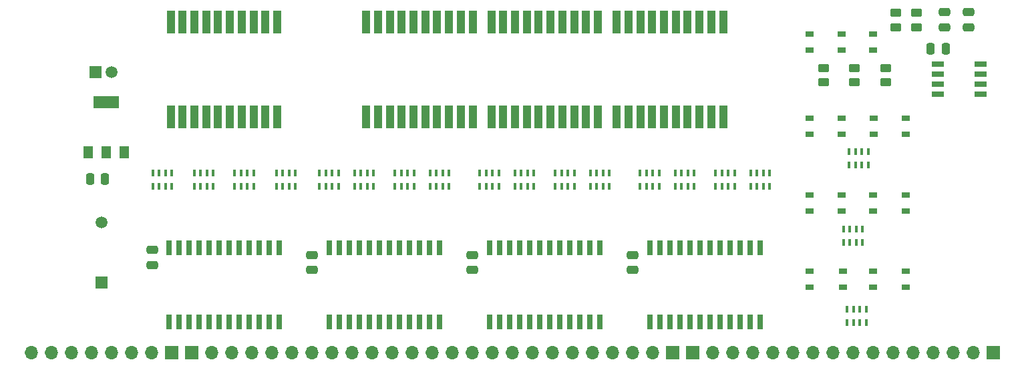
<source format=gts>
%TF.GenerationSoftware,KiCad,Pcbnew,8.0.4*%
%TF.CreationDate,2024-08-08T15:11:11+02:00*%
%TF.ProjectId,W65C816 Debug Display,57363543-3831-4362-9044-656275672044,V1*%
%TF.SameCoordinates,PX2b4c984PY5781bbc*%
%TF.FileFunction,Soldermask,Top*%
%TF.FilePolarity,Negative*%
%FSLAX46Y46*%
G04 Gerber Fmt 4.6, Leading zero omitted, Abs format (unit mm)*
G04 Created by KiCad (PCBNEW 8.0.4) date 2024-08-08 15:11:11*
%MOMM*%
%LPD*%
G01*
G04 APERTURE LIST*
G04 Aperture macros list*
%AMRoundRect*
0 Rectangle with rounded corners*
0 $1 Rounding radius*
0 $2 $3 $4 $5 $6 $7 $8 $9 X,Y pos of 4 corners*
0 Add a 4 corners polygon primitive as box body*
4,1,4,$2,$3,$4,$5,$6,$7,$8,$9,$2,$3,0*
0 Add four circle primitives for the rounded corners*
1,1,$1+$1,$2,$3*
1,1,$1+$1,$4,$5*
1,1,$1+$1,$6,$7*
1,1,$1+$1,$8,$9*
0 Add four rect primitives between the rounded corners*
20,1,$1+$1,$2,$3,$4,$5,0*
20,1,$1+$1,$4,$5,$6,$7,0*
20,1,$1+$1,$6,$7,$8,$9,0*
20,1,$1+$1,$8,$9,$2,$3,0*%
G04 Aperture macros list end*
%ADD10R,0.450000X0.900000*%
%ADD11R,1.000000X0.800000*%
%ADD12R,1.000000X3.000000*%
%ADD13RoundRect,0.250000X-0.475000X0.250000X-0.475000X-0.250000X0.475000X-0.250000X0.475000X0.250000X0*%
%ADD14RoundRect,0.250000X0.450000X-0.262500X0.450000X0.262500X-0.450000X0.262500X-0.450000X-0.262500X0*%
%ADD15R,1.550000X0.650000*%
%ADD16R,1.509000X1.509000*%
%ADD17C,1.509000*%
%ADD18RoundRect,0.250000X0.475000X-0.250000X0.475000X0.250000X-0.475000X0.250000X-0.475000X-0.250000X0*%
%ADD19R,0.650000X1.925000*%
%ADD20R,1.200000X1.500000*%
%ADD21R,3.300000X1.500000*%
%ADD22RoundRect,0.250000X-0.450000X0.262500X-0.450000X-0.262500X0.450000X-0.262500X0.450000X0.262500X0*%
%ADD23RoundRect,0.250000X0.250000X0.475000X-0.250000X0.475000X-0.250000X-0.475000X0.250000X-0.475000X0*%
%ADD24RoundRect,0.250000X-0.250000X-0.475000X0.250000X-0.475000X0.250000X0.475000X-0.250000X0.475000X0*%
%ADD25R,1.500000X1.500000*%
%ADD26C,1.500000*%
%ADD27R,1.700000X1.700000*%
%ADD28O,1.700000X1.700000*%
G04 APERTURE END LIST*
D10*
%TO.C,RN4*%
X15417800Y21057500D03*
X16217800Y21057500D03*
X17017800Y21057500D03*
X17817800Y21057500D03*
X17817800Y22757500D03*
X17017800Y22757500D03*
X16217800Y22757500D03*
X15417800Y22757500D03*
%TD*%
D11*
%TO.C,LED5*%
X102743000Y19923800D03*
X102743000Y17923800D03*
%TD*%
D10*
%TO.C,RN11*%
X68846700Y22757500D03*
X68046700Y22757500D03*
X67246700Y22757500D03*
X66446700Y22757500D03*
X66446700Y21057500D03*
X67246700Y21057500D03*
X68046700Y21057500D03*
X68846700Y21057500D03*
%TD*%
D11*
%TO.C,LED10*%
X106807000Y29702800D03*
X106807000Y27702800D03*
%TD*%
D12*
%TO.C,DS3*%
X58337500Y29877500D03*
X59837500Y29877500D03*
X61337500Y29877500D03*
X62837500Y29877500D03*
X64337500Y29877500D03*
X65837500Y29877500D03*
X67337500Y29877500D03*
X68837500Y29877500D03*
X70337500Y29877500D03*
X71837500Y29877500D03*
X71837500Y41877500D03*
X70337500Y41877500D03*
X68837500Y41877500D03*
X67337500Y41877500D03*
X65837500Y41877500D03*
X64337500Y41877500D03*
X62837500Y41877500D03*
X61337500Y41877500D03*
X59837500Y41877500D03*
X58337500Y41877500D03*
%TD*%
D10*
%TO.C,RN8*%
X56883300Y21057500D03*
X57683300Y21057500D03*
X58483300Y21057500D03*
X59283300Y21057500D03*
X59283300Y22757500D03*
X58483300Y22757500D03*
X57683300Y22757500D03*
X56883300Y22757500D03*
%TD*%
D11*
%TO.C,LED11*%
X110871000Y29702800D03*
X110871000Y27702800D03*
%TD*%
D13*
%TO.C,C31*%
X76200000Y12364000D03*
X76200000Y10464000D03*
%TD*%
D14*
%TO.C,R5*%
X112188121Y41251500D03*
X112188121Y43076500D03*
%TD*%
D15*
%TO.C,IC10*%
X114934121Y36576000D03*
X114934121Y35306000D03*
X114934121Y34036000D03*
X114934121Y32766000D03*
X120384121Y32766000D03*
X120384121Y34036000D03*
X120384121Y35306000D03*
X120384121Y36576000D03*
%TD*%
D12*
%TO.C,DS2*%
X17697500Y29877500D03*
X19197500Y29877500D03*
X20697500Y29877500D03*
X22197500Y29877500D03*
X23697500Y29877500D03*
X25197500Y29877500D03*
X26697500Y29877500D03*
X28197500Y29877500D03*
X29697500Y29877500D03*
X31197500Y29877500D03*
X31197500Y41877500D03*
X29697500Y41877500D03*
X28197500Y41877500D03*
X26697500Y41877500D03*
X25197500Y41877500D03*
X23697500Y41877500D03*
X22197500Y41877500D03*
X20697500Y41877500D03*
X19197500Y41877500D03*
X17697500Y41877500D03*
%TD*%
D16*
%TO.C,S1*%
X8890000Y8890000D03*
D17*
X8890000Y16510000D03*
%TD*%
D13*
%TO.C,C37*%
X55880000Y12364000D03*
X55880000Y10464000D03*
%TD*%
D11*
%TO.C,LED9*%
X102743000Y29702800D03*
X102743000Y27702800D03*
%TD*%
D18*
%TO.C,C7*%
X118802121Y41230000D03*
X118802121Y43130000D03*
%TD*%
D11*
%TO.C,LED13*%
X102870000Y10271800D03*
X102870000Y8271800D03*
%TD*%
D10*
%TO.C,RN10*%
X73291700Y22757500D03*
X72491700Y22757500D03*
X71691700Y22757500D03*
X70891700Y22757500D03*
X70891700Y21057500D03*
X71691700Y21057500D03*
X72491700Y21057500D03*
X73291700Y21057500D03*
%TD*%
%TO.C,RN22*%
X103448000Y3820000D03*
X104248000Y3820000D03*
X105048000Y3820000D03*
X105848000Y3820000D03*
X105848000Y5520000D03*
X105048000Y5520000D03*
X104248000Y5520000D03*
X103448000Y5520000D03*
%TD*%
D11*
%TO.C,LED3*%
X102743000Y40370800D03*
X102743000Y38370800D03*
%TD*%
%TO.C,LED2*%
X98679000Y40370800D03*
X98679000Y38370800D03*
%TD*%
D18*
%TO.C,C8*%
X115754121Y41230000D03*
X115754121Y43130000D03*
%TD*%
D14*
%TO.C,R7*%
X100447000Y34251300D03*
X100447000Y36076300D03*
%TD*%
D11*
%TO.C,LED4*%
X98679000Y19923800D03*
X98679000Y17923800D03*
%TD*%
D12*
%TO.C,DS5*%
X42462500Y29877500D03*
X43962500Y29877500D03*
X45462500Y29877500D03*
X46962500Y29877500D03*
X48462500Y29877500D03*
X49962500Y29877500D03*
X51462500Y29877500D03*
X52962500Y29877500D03*
X54462500Y29877500D03*
X55962500Y29877500D03*
X55962500Y41877500D03*
X54462500Y41877500D03*
X52962500Y41877500D03*
X51462500Y41877500D03*
X49962500Y41877500D03*
X48462500Y41877500D03*
X46962500Y41877500D03*
X45462500Y41877500D03*
X43962500Y41877500D03*
X42462500Y41877500D03*
%TD*%
D10*
%TO.C,RN20*%
X102990800Y13964800D03*
X103790800Y13964800D03*
X104590800Y13964800D03*
X105390800Y13964800D03*
X105390800Y15664800D03*
X104590800Y15664800D03*
X103790800Y15664800D03*
X102990800Y15664800D03*
%TD*%
D19*
%TO.C,IC21*%
X37782500Y3860500D03*
X39052500Y3860500D03*
X40322500Y3860500D03*
X41592500Y3860500D03*
X42862500Y3860500D03*
X44132500Y3860500D03*
X45402500Y3860500D03*
X46672500Y3860500D03*
X47942500Y3860500D03*
X49212500Y3860500D03*
X50482500Y3860500D03*
X51752500Y3860500D03*
X51752500Y13284500D03*
X50482500Y13284500D03*
X49212500Y13284500D03*
X47942500Y13284500D03*
X46672500Y13284500D03*
X45402500Y13284500D03*
X44132500Y13284500D03*
X42862500Y13284500D03*
X41592500Y13284500D03*
X40322500Y13284500D03*
X39052500Y13284500D03*
X37782500Y13284500D03*
%TD*%
D20*
%TO.C,IC1*%
X7225000Y25375000D03*
X9525000Y25375000D03*
X11825000Y25375000D03*
D21*
X9525000Y31775000D03*
%TD*%
D13*
%TO.C,C33*%
X35560000Y12364000D03*
X35560000Y10464000D03*
%TD*%
D11*
%TO.C,LED6*%
X106680000Y19923800D03*
X106680000Y17923800D03*
%TD*%
D19*
%TO.C,IC19*%
X58102500Y3860500D03*
X59372500Y3860500D03*
X60642500Y3860500D03*
X61912500Y3860500D03*
X63182500Y3860500D03*
X64452500Y3860500D03*
X65722500Y3860500D03*
X66992500Y3860500D03*
X68262500Y3860500D03*
X69532500Y3860500D03*
X70802500Y3860500D03*
X72072500Y3860500D03*
X72072500Y13284500D03*
X70802500Y13284500D03*
X69532500Y13284500D03*
X68262500Y13284500D03*
X66992500Y13284500D03*
X65722500Y13284500D03*
X64452500Y13284500D03*
X63182500Y13284500D03*
X61912500Y13284500D03*
X60642500Y13284500D03*
X59372500Y13284500D03*
X58102500Y13284500D03*
%TD*%
D11*
%TO.C,LED12*%
X98679000Y10271800D03*
X98679000Y8271800D03*
%TD*%
D10*
%TO.C,RN9*%
X61328300Y21057500D03*
X62128300Y21057500D03*
X62928300Y21057500D03*
X63728300Y21057500D03*
X63728300Y22757500D03*
X62928300Y22757500D03*
X62128300Y22757500D03*
X61328300Y22757500D03*
%TD*%
%TO.C,RN18*%
X52971700Y22757500D03*
X52171700Y22757500D03*
X51371700Y22757500D03*
X50571700Y22757500D03*
X50571700Y21057500D03*
X51371700Y21057500D03*
X52171700Y21057500D03*
X52971700Y21057500D03*
%TD*%
D14*
%TO.C,R8*%
X104384000Y34251300D03*
X104384000Y36076300D03*
%TD*%
D10*
%TO.C,RN16*%
X36563300Y21057500D03*
X37363300Y21057500D03*
X38163300Y21057500D03*
X38963300Y21057500D03*
X38963300Y22757500D03*
X38163300Y22757500D03*
X37363300Y22757500D03*
X36563300Y22757500D03*
%TD*%
D14*
%TO.C,R1*%
X108321000Y34251300D03*
X108321000Y36076300D03*
%TD*%
D10*
%TO.C,RN21*%
X103702000Y23743800D03*
X104502000Y23743800D03*
X105302000Y23743800D03*
X106102000Y23743800D03*
X106102000Y25443800D03*
X105302000Y25443800D03*
X104502000Y25443800D03*
X103702000Y25443800D03*
%TD*%
D11*
%TO.C,LED1*%
X106680000Y40370800D03*
X106680000Y38370800D03*
%TD*%
D10*
%TO.C,RN15*%
X89166700Y22757500D03*
X88366700Y22757500D03*
X87566700Y22757500D03*
X86766700Y22757500D03*
X86766700Y21057500D03*
X87566700Y21057500D03*
X88366700Y21057500D03*
X89166700Y21057500D03*
%TD*%
%TO.C,RN13*%
X81648300Y21057500D03*
X82448300Y21057500D03*
X83248300Y21057500D03*
X84048300Y21057500D03*
X84048300Y22757500D03*
X83248300Y22757500D03*
X82448300Y22757500D03*
X81648300Y22757500D03*
%TD*%
%TO.C,RN17*%
X41008300Y21057500D03*
X41808300Y21057500D03*
X42608300Y21057500D03*
X43408300Y21057500D03*
X43408300Y22757500D03*
X42608300Y22757500D03*
X41808300Y22757500D03*
X41008300Y22757500D03*
%TD*%
D22*
%TO.C,R4*%
X109611000Y43076500D03*
X109611000Y41251500D03*
%TD*%
D10*
%TO.C,RN19*%
X48526700Y22757500D03*
X47726700Y22757500D03*
X46926700Y22757500D03*
X46126700Y22757500D03*
X46126700Y21057500D03*
X46926700Y21057500D03*
X47726700Y21057500D03*
X48526700Y21057500D03*
%TD*%
D11*
%TO.C,LED15*%
X110871000Y10271800D03*
X110871000Y8271800D03*
%TD*%
%TO.C,LED7*%
X110871000Y19923800D03*
X110871000Y17923800D03*
%TD*%
%TO.C,LED8*%
X98679000Y29702800D03*
X98679000Y27702800D03*
%TD*%
D10*
%TO.C,RN12*%
X77203300Y21057500D03*
X78003300Y21057500D03*
X78803300Y21057500D03*
X79603300Y21057500D03*
X79603300Y22757500D03*
X78803300Y22757500D03*
X78003300Y22757500D03*
X77203300Y22757500D03*
%TD*%
%TO.C,RN5*%
X20693300Y21057500D03*
X21493300Y21057500D03*
X22293300Y21057500D03*
X23093300Y21057500D03*
X23093300Y22757500D03*
X22293300Y22757500D03*
X21493300Y22757500D03*
X20693300Y22757500D03*
%TD*%
%TO.C,RN14*%
X93611700Y22757500D03*
X92811700Y22757500D03*
X92011700Y22757500D03*
X91211700Y22757500D03*
X91211700Y21057500D03*
X92011700Y21057500D03*
X92811700Y21057500D03*
X93611700Y21057500D03*
%TD*%
D19*
%TO.C,IC20*%
X78422500Y3860500D03*
X79692500Y3860500D03*
X80962500Y3860500D03*
X82232500Y3860500D03*
X83502500Y3860500D03*
X84772500Y3860500D03*
X86042500Y3860500D03*
X87312500Y3860500D03*
X88582500Y3860500D03*
X89852500Y3860500D03*
X91122500Y3860500D03*
X92392500Y3860500D03*
X92392500Y13284500D03*
X91122500Y13284500D03*
X89852500Y13284500D03*
X88582500Y13284500D03*
X87312500Y13284500D03*
X86042500Y13284500D03*
X84772500Y13284500D03*
X83502500Y13284500D03*
X82232500Y13284500D03*
X80962500Y13284500D03*
X79692500Y13284500D03*
X78422500Y13284500D03*
%TD*%
D23*
%TO.C,C24*%
X115926121Y38481000D03*
X114026121Y38481000D03*
%TD*%
D10*
%TO.C,RN6*%
X28206700Y22757500D03*
X27406700Y22757500D03*
X26606700Y22757500D03*
X25806700Y22757500D03*
X25806700Y21057500D03*
X26606700Y21057500D03*
X27406700Y21057500D03*
X28206700Y21057500D03*
%TD*%
D24*
%TO.C,C2*%
X7448000Y21971000D03*
X9348000Y21971000D03*
%TD*%
D19*
%TO.C,IC18*%
X17462500Y3860500D03*
X18732500Y3860500D03*
X20002500Y3860500D03*
X21272500Y3860500D03*
X22542500Y3860500D03*
X23812500Y3860500D03*
X25082500Y3860500D03*
X26352500Y3860500D03*
X27622500Y3860500D03*
X28892500Y3860500D03*
X30162500Y3860500D03*
X31432500Y3860500D03*
X31432500Y13284500D03*
X30162500Y13284500D03*
X28892500Y13284500D03*
X27622500Y13284500D03*
X26352500Y13284500D03*
X25082500Y13284500D03*
X23812500Y13284500D03*
X22542500Y13284500D03*
X21272500Y13284500D03*
X20002500Y13284500D03*
X18732500Y13284500D03*
X17462500Y13284500D03*
%TD*%
D11*
%TO.C,LED14*%
X106680000Y10271800D03*
X106680000Y8271800D03*
%TD*%
D13*
%TO.C,C35*%
X15367000Y12999000D03*
X15367000Y11099000D03*
%TD*%
D25*
%TO.C,C3*%
X8160000Y35560000D03*
D26*
X10160000Y35560000D03*
%TD*%
D10*
%TO.C,RN7*%
X33477200Y22757500D03*
X32677200Y22757500D03*
X31877200Y22757500D03*
X31077200Y22757500D03*
X31077200Y21057500D03*
X31877200Y21057500D03*
X32677200Y21057500D03*
X33477200Y21057500D03*
%TD*%
D12*
%TO.C,DS4*%
X74212500Y29877500D03*
X75712500Y29877500D03*
X77212500Y29877500D03*
X78712500Y29877500D03*
X80212500Y29877500D03*
X81712500Y29877500D03*
X83212500Y29877500D03*
X84712500Y29877500D03*
X86212500Y29877500D03*
X87712500Y29877500D03*
X87712500Y41877500D03*
X86212500Y41877500D03*
X84712500Y41877500D03*
X83212500Y41877500D03*
X81712500Y41877500D03*
X80212500Y41877500D03*
X78712500Y41877500D03*
X77212500Y41877500D03*
X75712500Y41877500D03*
X74212500Y41877500D03*
%TD*%
D27*
%TO.C,J3*%
X121920000Y0D03*
D28*
X119380000Y0D03*
X116840000Y0D03*
X114300000Y0D03*
X111760000Y0D03*
X109220000Y0D03*
X106680000Y0D03*
X104140000Y0D03*
X101600000Y0D03*
X99060000Y0D03*
X96520000Y0D03*
X93980000Y0D03*
X91440000Y0D03*
X88900000Y0D03*
X86360000Y0D03*
%TD*%
D27*
%TO.C,J4*%
X20320000Y0D03*
%TD*%
%TO.C,J5*%
X83820000Y0D03*
%TD*%
%TO.C,J1*%
X81280000Y0D03*
D28*
X78740000Y0D03*
X76200000Y0D03*
X73660000Y0D03*
X71120000Y0D03*
X68580000Y0D03*
X66040000Y0D03*
X63500000Y0D03*
X60960000Y0D03*
X58420000Y0D03*
X55880000Y0D03*
X53340000Y0D03*
X50800000Y0D03*
X48260000Y0D03*
X45720000Y0D03*
X43180000Y0D03*
X40640000Y0D03*
X38100000Y0D03*
X35560000Y0D03*
X33020000Y0D03*
X30480000Y0D03*
X27940000Y0D03*
X25400000Y0D03*
X22860000Y0D03*
%TD*%
D27*
%TO.C,J2*%
X17780000Y0D03*
D28*
X15240000Y0D03*
X12700000Y0D03*
X10160000Y0D03*
X7620000Y0D03*
X5080000Y0D03*
X2540000Y0D03*
X0Y0D03*
%TD*%
M02*

</source>
